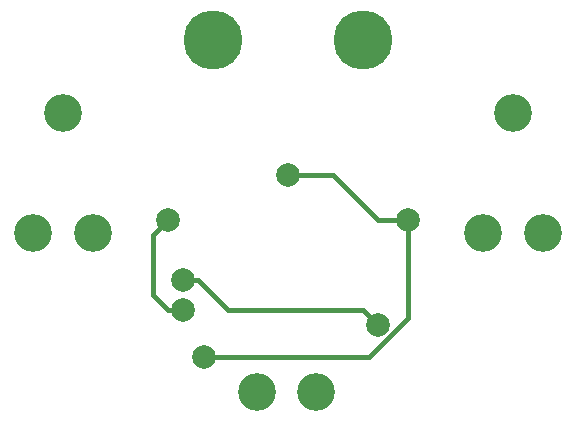
<source format=gbl>
G75*
%MOIN*%
%OFA0B0*%
%FSLAX25Y25*%
%IPPOS*%
%LPD*%
%AMOC8*
5,1,8,0,0,1.08239X$1,22.5*
%
%ADD10C,0.12598*%
%ADD11C,0.19685*%
%ADD12C,0.07874*%
%ADD13C,0.01600*%
D10*
X0031500Y0078258D03*
X0051500Y0078258D03*
X0041500Y0118258D03*
X0106264Y0025266D03*
X0125949Y0025266D03*
X0181500Y0078258D03*
X0201500Y0078258D03*
X0191500Y0118258D03*
D11*
X0141500Y0142707D03*
X0091500Y0142707D03*
D12*
X0116500Y0097707D03*
X0156500Y0082707D03*
X0146500Y0047707D03*
X0088547Y0037077D03*
X0081500Y0052707D03*
X0081500Y0062707D03*
X0076500Y0082707D03*
D13*
X0071500Y0057707D02*
X0076500Y0052707D01*
X0081500Y0052707D01*
X0071500Y0057707D02*
X0071500Y0077707D01*
X0076500Y0082707D01*
X0081500Y0062707D02*
X0086500Y0062707D01*
X0096500Y0052707D01*
X0141500Y0052707D01*
X0146500Y0047707D01*
X0156500Y0049911D02*
X0143665Y0037077D01*
X0088547Y0037077D01*
X0146500Y0082707D02*
X0156500Y0082707D01*
X0156500Y0049911D01*
X0146500Y0082707D02*
X0131500Y0097707D01*
X0116500Y0097707D01*
M02*

</source>
